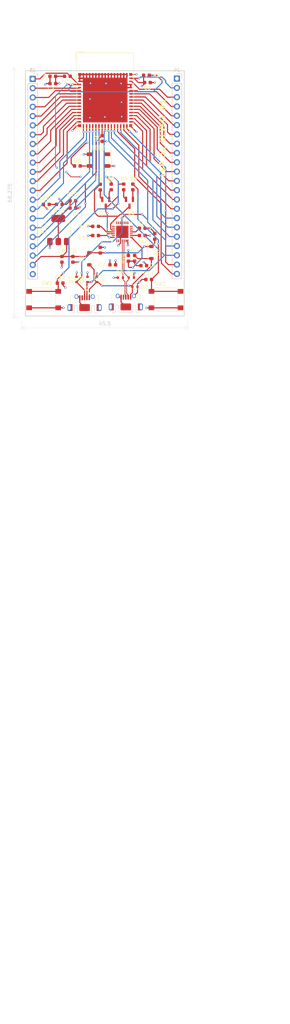
<source format=kicad_pcb>
(kicad_pcb (version 20241229) (generator "pcbnew") (generator_version "9.0")
  (layers (0 "F.Cu" signal) (4 "In1.Cu" power) (6 "In2.Cu" power) (2 "B.Cu" signal) (13 "F.Paste" user) (15 "B.Paste" user) (5 "F.SilkS" user "F.Silkscreen") (7 "B.SilkS" user "B.Silkscreen") (1 "F.Mask" user) (3 "B.Mask" user) (25 "Edge.Cuts" user))
  (net 0 "")
  (net 1 "GND")
  (net 2 "/CHIP_PU")
  (net 3 "Net-(U2-VBUS)")
  (net 4 "/GPIO0")
  (net 5 "/USB_DN")
  (net 7 "/USB_DP")
  (net 9 "/GPIO19")
  (net 10 "/GPIO20")
  (net 11 "/GPIO9")
  (net 12 "/GPIO6")
  (net 13 "/GPIO1")
  (net 14 "/GPIO18")
  (net 15 "/GPIO5")
  (net 16 "/GPIO7")
  (net 17 "/GPIO4")
  (net 18 "/GPIO8")
  (net 19 "/GPIO15")
  (net 20 "/GPIO17")
  (net 21 "/GPIO11")
  (net 22 "/GPIO14")
  (net 23 "/GPIO16")
  (net 24 "/GPIO2")
  (net 25 "/GPIO13")
  (net 26 "/GPIO10")
  (net 27 "/GPIO3")
  (net 28 "/GPIO12")
  (net 29 "/U0TXD")
  (net 30 "/GPIO48")
  (net 31 "/GPIO41")
  (net 32 "/GPIO46")
  (net 33 "/GPIO34")
  (net 34 "/GPIO38")
  (net 35 "/GPIO33")
  (net 36 "/GPIO42")
  (net 37 "/GPIO26")
  (net 38 "/GPIO40")
  (net 39 "/GPIO45")
  (net 40 "/GPIO39")
  (net 41 "/GPIO47")
  (net 42 "/U0RXD")
  (net 43 "/GPIO36")
  (net 44 "/GPIO35")
  (net 45 "/GPIO21")
  (net 46 "/GPIO37")
  (net 47 "Net-(LED1-A)")
  (net 48 "/RGB_CTRL")
  (net 50 "Net-(Q1-C)")
  (net 51 "Net-(Q1-B)")
  (net 52 "/RTS")
  (net 53 "Net-(Q2-B)")
  (net 54 "/DTR")
  (net 55 "Net-(Q2-C)")
  (net 56 "Net-(U2-~{SUSPEND})")
  (net 57 "Net-(U2-~{RST})")
  (net 58 "Net-(U2-RXD)")
  (net 59 "Net-(U2-TXD)")
  (net 76 "5V")
  (net 77 "3.3V")
  (net 78 "ESP_3.3V")
  (net 79 "VBUS")
  (footprint "Capacitor_SMD:C_0603_1608Metric" (layer "F.Cu") (at 123.8 106.275 180)
    (property "Reference" "R13")
    (property "Value" "0")
  )
  (footprint "Diode_SMD:D_SOD-523" (layer "F.Cu") (at 134.575 122.775 180)
    (property "Reference" "D2")
    (property "Value" "LESD5D5.0CT1G")
  )
  (footprint "Diode_SMD:D_SOD-123" (layer "F.Cu") (at 122.075 115.125 -90)
    (property "Reference" "D6")
    (property "Value" "1N5819")
  )
  (footprint "Diode_SMD:D_SOD-523" (layer "F.Cu") (at 124.075 120.775 -90)
    (property "Reference" "D5")
    (property "Value" "LESD5D5.0CT1G")
  )
  (footprint "Capacitor_SMD:C_0603_1608Metric" (layer "F.Cu") (at 116.075 65.275 180)
    (property "Reference" "R1")
    (property "Value" "0")
  )
  (footprint "Capacitor_SMD:C_0603_1608Metric" (layer "F.Cu") (at 137 117 180)
    (property "Reference" "C6")
    (property "Value" "1uF")
  )
  (footprint "Capacitor_SMD:C_0603_1608Metric" (layer "F.Cu") (at 132.775 115 -90)
    (property "Reference" "R10")
    (property "Value" "47.5k")
  )
  (footprint "Package_TO_SOT_SMD:SOT-223-3_TabPin2" (layer "F.Cu") (at 113.575 107.275 90)
    (property "Reference" "U4")
    (property "Value" "AMS1117-3.3")
  )
  (footprint "Capacitor_SMD:C_0603_1608Metric" (layer "F.Cu") (at 131.5 95.5 -90)
    (property "Reference" "R4")
    (property "Value" "10k")
  )
  (footprint "LED_SMD:LED_SK6812_PLCC4_5.0x5.0mm_P3.2mm" (layer "F.Cu") (at 124.625 88.175)
    (property "Reference" "LED2")
    (property "Value" "SK6812")
  )
  (footprint "Capacitor_SMD:C_0603_1608Metric" (layer "F.Cu") (at 123.8 108.775 180)
    (property "Reference" "R14")
    (property "Value" "0")
  )
  (footprint "LED_SMD:LED_0603_1608Metric" (layer "F.Cu") (at 110.2875 100.275)
    (property "Reference" "LED1")
    (property "Value" "RED")
  )
  (footprint "Capacitor_SMD:C_0603_1608Metric" (layer "F.Cu") (at 125.075 95.55 -90)
    (property "Reference" "R5")
    (property "Value" "10k")
  )
  (footprint "Capacitor_SMD:C_0603_1608Metric" (layer "F.Cu") (at 136.575 106.775)
    (property "Reference" "R11")
    (property "Value" "10k")
  )
  (footprint "RF_Module:ESP32-S2-MINI-1" (layer "F.Cu") (at 126.425 69.225)
    (property "Reference" "U1")
    (property "Value" "ESP32-S3-MINI-1")
  )
  (footprint "Button_Switch_SMD:SW_SPST_PTS645" (layer "F.Cu") (at 109.575 126.275 180)
    (property "Reference" "SW1")
    (property "Value" "SW_Push")
  )
  (footprint "Capacitor_SMD:C_0603_1608Metric" (layer "F.Cu") (at 140 109 90)
    (property "Reference" "C2")
    (property "Value" "10uF")
  )
  (footprint "Capacitor_SMD:C_0603_1608Metric" (layer "F.Cu") (at 117.575 101.275 180)
    (property "Reference" "C11")
    (property "Value" "0.1uF")
  )
  (footprint "Capacitor_SMD:C_0603_1608Metric" (layer "F.Cu") (at 113.85 100.275 180)
    (property "Reference" "R15")
    (property "Value" "5.1k")
  )
  (footprint "Capacitor_SMD:C_0603_1608Metric" (layer "F.Cu") (at 114.075 121.775 180)
    (property "Reference" "C12")
    (property "Value" "0.1uF")
  )
  (footprint "Capacitor_SMD:C_0603_1608Metric" (layer "F.Cu") (at 114.575 115.275 90)
    (property "Reference" "C9")
    (property "Value" "0.1uF")
  )
  (footprint "Capacitor_SMD:C_0603_1608Metric" (layer "F.Cu") (at 138 67 180)
    (property "Reference" "C5")
    (property "Value" "1uF")
  )
  (footprint "Connector_USB:USB_Micro-AB_Molex_47590-0001" (layer "F.Cu") (at 132.075 128.625)
    (property "Reference" "J1")
    (property "Value" "USB_B_Micro")
    (fp_line (start -3.75 1.1) (end -2.8 1.1) (stroke (width 0.1)) (layer "Edge.Cuts"))
    (fp_line (start -2.8 -0.475) (end -2.8 1.1) (stroke (width 0.1)) (layer "Edge.Cuts"))
    (fp_line (start -1.95 -0.475) (end -1.95 1.1) (stroke (width 0.1)) (layer "Edge.Cuts"))
    (fp_line (start -1.95 1.1) (end 1.95 1.1) (stroke (width 0.1)) (layer "Edge.Cuts"))
    (fp_line (start 1.95 -0.475) (end 1.95 1.1) (stroke (width 0.1)) (layer "Edge.Cuts"))
    (fp_line (start 2.8 -0.475) (end 2.8 1.1) (stroke (width 0.1)) (layer "Edge.Cuts"))
    (fp_line (start 2.8 1.1) (end 3.75 1.1) (stroke (width 0.1)) (layer "Edge.Cuts"))
    (fp_arc (start -2.8 -0.475) (mid -2.375 -0.9) (end -1.95 -0.475) (stroke (width 0.1)) (layer "Edge.Cuts"))
    (fp_arc (start 1.95 -0.475) (mid 2.375 -0.9) (end 2.8 -0.475) (stroke (width 0.1)) (layer "Edge.Cuts"))
  )
  (footprint "Capacitor_SMD:C_0603_1608Metric" (layer "F.Cu") (at 125.575 82.275 90)
    (property "Reference" "R3")
    (property "Value" "10k")
  )
  (footprint "Diode_SMD:D_SOD-523" (layer "F.Cu") (at 133.575 120.275 180)
    (property "Reference" "D4")
    (property "Value" "LESD5D5.0CT1G")
  )
  (footprint "Capacitor_SMD:C_0603_1608Metric" (layer "F.Cu") (at 118.8 89.775)
    (property "Reference" "R8")
    (property "Value" "0")
  )
  (footprint "Capacitor_SMD:C_0603_1608Metric" (layer "F.Cu") (at 112.075 67.275)
    (property "Reference" "C3")
    (property "Value" "10uF")
  )
  (footprint "Capacitor_SMD:C_0603_1608Metric" (layer "F.Cu") (at 134.5 115 -90)
    (property "Reference" "R9")
    (property "Value" "22.1k")
  )
  (footprint "Package_DFN_QFN:QFN-28-1EP_5x5mm_P0.5mm_EP3.35x3.35mm" (layer "F.Cu") (at 131.125 107.775 90)
    (property "Reference" "U2")
    (property "Value" "CP2102N-Axx-xQFN28")
  )
  (footprint "Package_TO_SOT_SMD:SOT-23" (layer "F.Cu") (at 133.075 99.8375 -90)
    (property "Reference" "Q1")
    (property "Value" "L8050QLT1G")
  )
  (footprint "Package_TO_SOT_SMD:SOT-23" (layer "F.Cu") (at 126.575 99.8375 -90)
    (property "Reference" "Q2")
    (property "Value" "L8050QLT1G")
  )
  (footprint "Diode_SMD:D_SOD-523" (layer "F.Cu") (at 118.575 120.775 -90)
    (property "Reference" "D7")
    (property "Value" "LESD5D5.0CT1G")
  )
  (footprint "Diode_SMD:D_SOD-523" (layer "F.Cu") (at 130.575 120.275)
    (property "Reference" "D3")
    (property "Value" "LESD5D5.0CT1G")
  )
  (footprint "Capacitor_SMD:C_0603_1608Metric" (layer "F.Cu") (at 136.575 108.775 180)
    (property "Reference" "R12")
    (property "Value" "1k")
  )
  (footprint "Capacitor_SMD:C_0603_1608Metric" (layer "F.Cu") (at 117.575 99.275 180)
    (property "Reference" "C10")
    (property "Value" "10uF")
  )
  (footprint "Capacitor_SMD:C_0603_1608Metric" (layer "F.Cu") (at 128.075 95.5 90)
    (property "Reference" "R7")
    (property "Value" "0")
  )
  (footprint "Capacitor_SMD:C_0603_1608Metric" (layer "F.Cu") (at 138.35 120.775)
    (property "Reference" "C13")
    (property "Value" "0.1uF")
  )
  (footprint "Capacitor_SMD:C_0603_1608Metric" (layer "F.Cu") (at 137.725 65)
    (property "Reference" "R2")
    (property "Value" "10k")
  )
  (footprint "Capacitor_SMD:C_0603_1608Metric" (layer "F.Cu") (at 112.075 65.275)
    (property "Reference" "C4")
    (property "Value" "0.1uF")
  )
  (footprint "Diode_SMD:D_SOD-123" (layer "F.Cu") (at 139.075 113.425 -90)
    (property "Reference" "D1")
    (property "Value" "1N5819")
  )
  (footprint "Connector_USB:USB_Micro-AB_Molex_47590-0001" (layer "F.Cu") (at 120.775 128.8)
    (property "Reference" "J2")
    (property "Value" "USB_B_Micro")
    (fp_line (start -3.75 1.1) (end -2.8 1.1) (stroke (width 0.1)) (layer "Edge.Cuts"))
    (fp_line (start -2.8 -0.475) (end -2.8 1.1) (stroke (width 0.1)) (layer "Edge.Cuts"))
    (fp_line (start -1.95 -0.475) (end -1.95 1.1) (stroke (width 0.1)) (layer "Edge.Cuts"))
    (fp_line (start -1.95 1.1) (end 1.95 1.1) (stroke (width 0.1)) (layer "Edge.Cuts"))
    (fp_line (start 1.95 -0.475) (end 1.95 1.1) (stroke (width 0.1)) (layer "Edge.Cuts"))
    (fp_line (start 2.8 -0.475) (end 2.8 1.1) (stroke (width 0.1)) (layer "Edge.Cuts"))
    (fp_line (start 2.8 1.1) (end 3.75 1.1) (stroke (width 0.1)) (layer "Edge.Cuts"))
    (fp_arc (start -2.8 -0.475) (mid -2.375 -0.9) (end -1.95 -0.475) (stroke (width 0.1)) (layer "Edge.Cuts"))
    (fp_arc (start 1.95 -0.475) (mid 2.375 -0.9) (end 2.8 -0.475) (stroke (width 0.1)) (layer "Edge.Cuts"))
  )
  (footprint "Capacitor_SMD:C_0603_1608Metric" (layer "F.Cu") (at 125.075 112.775 90)
    (property "Reference" "C1")
    (property "Value" "10uF")
  )
  (footprint "Capacitor_SMD:C_0603_1608Metric" (layer "F.Cu") (at 134 95.5 90)
    (property "Reference" "R6")
    (property "Value" "0")
  )
  (footprint "Diode_SMD:D_SOD-523" (layer "F.Cu") (at 121.575 120.775 -90)
    (property "Reference" "D8")
    (property "Value" "LESD5D5.0CT1G")
  )
  (footprint "Button_Switch_SMD:SW_SPST_PTS645" (layer "F.Cu") (at 143.075 126.275 180)
    (property "Reference" "SW2")
    (property "Value" "SW_Push")
  )
  (footprint "Capacitor_SMD:C_0603_1608Metric" (layer "F.Cu") (at 117.575 115.275 90)
    (property "Reference" "C8")
    (property "Value" "10uF")
  )
  (footprint "Capacitor_SMD:C_0603_1608Metric" (layer "F.Cu") (at 128.5 116.775)
    (property "Reference" "C7")
    (property "Value" "10uF")
  )
  (footprint "Connector_PinHeader_2.54mm:PinHeader_1x22_P2.54mm_Vertical" (layer "B.Cu") (at 106.575 65.995 180)
    (property "Reference" "J3")
    (property "Value" "Conn_01x22")
  )
  (footprint "Connector_PinHeader_2.54mm:PinHeader_1x22_P2.54mm_Vertical" (layer "B.Cu") (at 146.075 65.915 180)
    (property "Reference" "J4")
    (property "Value" "Conn_01x22")
  )
  (gr_rect (start 104.575 63.775) (end 148.075 130.775) (stroke (width 0.2)) (fill no) (layer "Edge.Cuts"))
  (gr_text "ESP 32 DEVKIT M1" (at 143 93 90) (layer "F.SilkS") (effects (font (size 1.5 1.5) (thickness 0.3) (bold yes)) (justify left bottom)))
  (dimension (type orthogonal) (layer "Edge.Cuts") (pts (xy 103.575 131.275) (xy 149.075 131.275)) (height 2.725) (orientation 0) (format (prefix "") (suffix "") (units 3) (units_format 0) (precision 4) (suppress_zeroes yes)) (style (thickness 0.05) (arrow_length 1.27) (text_position_mode 0) (arrow_direction outward) (extension_height 0.58642) (extension_offset 0.5) (keep_text_aligned yes)) (gr_text "45.5" (at 126.325 132.85 0) (layer "Edge.Cuts") (effects (font (size 1 1) (thickness 0.15)))))
  (dimension (type orthogonal) (layer "Edge.Cuts") (pts (xy 103.575 131.275) (xy 102 63)) (height -2.075) (orientation 1) (format (prefix "") (suffix "") (units 3) (units_format 0) (precision 4) (suppress_zeroes yes)) (style (thickness 0.05) (arrow_length 1.27) (text_position_mode 0) (arrow_direction outward) (extension_height 0.58642) (extension_offset 0.5) (keep_text_aligned yes)) (gr_text "68.275" (at 100.35 97.1375 90) (layer "Edge.Cuts") (effects (font (size 1 1) (thickness 0.15)))))
  (segment (start 134.956511 80.456511) (end 133.425 78.925) (width 0.3) (layer "F.Cu") (net 1))
  (segment (start 137.575 120.775) (end 136.490731 120.775) (width 0.3) (layer "F.Cu") (net 1))
  (segment (start 127.725 116.775) (end 127.725 115.581981) (width 0.3) (layer "F.Cu") (net 1))
  (segment (start 134.275 120.275) (end 134.275 119.225) (width 0.3) (layer "F.Cu") (net 1))
  (segment (start 147.055 128.525) (end 139.095 128.525) (width 0.3) (layer "F.Cu") (net 1))
  (segment (start 137.732555 128.525) (end 139.095 128.525) (width 0.3) (layer "F.Cu") (net 1))
  (segment (start 111.275 110.425) (end 111.275 112.120182) (width 0.3) (layer "F.Cu") (net 1))
  (segment (start 111.3 65.275) (end 111.3 67.275) (width 0.3) (layer "F.Cu") (net 1))
  (segment (start 126.29533 112) (end 126.335415 112.040085) (width 0.3) (layer "F.Cu") (net 1))
  (segment (start 137.775 117) (end 137.775 116.775) (width 0.3) (layer "F.Cu") (net 1))
  (segment (start 134.275 119.225) (end 134.5 119) (width 0.3) (layer "F.Cu") (net 1))
  (segment (start 135.275 124.3) (end 135.275 122.775) (width 0.3) (layer "F.Cu") (net 1))
  (segment (start 114.975 128.525) (end 115 128.5) (width 0.3) (layer "F.Cu") (net 1))
  (segment (start 118.55 125.45) (end 119.15 125.45) (width 0.3) (layer "F.Cu") (net 1))
  (segment (start 118.35 99.275) (end 118.35 101.275) (width 0.3) (layer "F.Cu") (net 1))
  (segment (start 119.225 101.275) (end 119.5 101) (width 0.3) (layer "F.Cu") (net 1))
  (segment (start 121.575 118.878906) (end 121.574065 118.877971) (width 0.3) (layer "F.Cu") (net 1))
  (segment (start 135.275 122.775) (end 135.275 121.990731) (width 0.3) (layer "F.Cu") (net 1))
  (segment (start 114.575 116.05) (end 114.575 117.425) (width 0.3) (layer "F.Cu") (net 1))
  (segment (start 118.575 118.956461) (end 118.64524 118.886221) (width 0.3) (layer "F.Cu") (net 1))
  (segment (start 120.606388 86.575) (end 120.584786 86.596602) (width 0.3) (layer "F.Cu") (net 1))
  (segment (start 114.575 117.425) (end 114.5 117.5) (width 0.3) (layer "F.Cu") (net 1))
  (segment (start 118.95 116.05) (end 119 116) (width 0.3) (layer "F.Cu") (net 1))
  (segment (start 127.725 115.581981) (end 127.742518 115.564463) (width 0.3) (layer "F.Cu") (net 1))
  (segment (start 111.275 112.120182) (end 111.243719 112.151463) (width 0.3) (layer "F.Cu") (net 1))
  (segment (start 118.575 120.075) (end 118.575 118.956461) (width 0.3) (layer "F.Cu") (net 1))
  (segment (start 138.225 106.775) (end 137.35 106.775) (width 0.3) (layer "F.Cu") (net 1))
  (segment (start 114.85 121.775) (end 114.85 122.35) (width 0.3) (layer "F.Cu") (net 1))
  (segment (start 130.175 125.6) (end 129.85 125.275) (width 0.3) (layer "F.Cu") (net 1))
  (segment (start 118.35 101.275) (end 119.225 101.275) (width 0.3) (layer "F.Cu") (net 1))
  (segment (start 130.625 110.225) (end 130.625 110.875) (width 0.3) (layer "F.Cu") (net 1))
  (segment (start 136.490731 120.775) (end 135.768994 121.496737) (width 0.3) (layer "F.Cu") (net 1))
  (segment (start 109.5 100.275) (end 109.5 100.5) (width 0.3) (layer "F.Cu") (net 1))
  (segment (start 119.15 125.45) (end 119.475 125.775) (width 0.3) (layer "F.Cu") (net 1))
  (segment (start 130.625 108.275) (end 130.625 110.225) (width 0.3) (layer "F.Cu") (net 1))
  (segment (start 117.575 116.05) (end 118.95 116.05) (width 0.3) (layer "F.Cu") (net 1))
  (segment (start 134.975 64.775) (end 135 64.75) (width 0.2) (layer "F.Cu") (net 1))
  (segment (start 113.555 128.525) (end 114.975 128.525) (width 0.3) (layer "F.Cu") (net 1))
  (segment (start 111.3 67.275) (end 110.260521 67.275) (width 0.3) (layer "F.Cu") (net 1))
  (segment (start 137.775 116.775) (end 137 116) (width 0.3) (layer "F.Cu") (net 1))
  (segment (start 138.775 67) (end 140 67) (width 0.3) (layer "F.Cu") (net 1))
  (segment (start 132.775 114.225) (end 132.775 112.800765) (width 0.3) (layer "F.Cu") (net 1))
  (segment (start 124.075 120.075) (end 124.075 119.09844) (width 0.3) (layer "F.Cu") (net 1))
  (segment (start 134.956511 80.478512) (end 134.956511 80.456511) (width 0.3) (layer "F.Cu") (net 1))
  (segment (start 131.125 107.775) (end 130.625 108.275) (width 0.3) (layer "F.Cu") (net 1))
  (segment (start 121.575 120.075) (end 121.575 118.878906) (width 0.3) (layer "F.Cu") (net 1))
  (segment (start 138.775006 106.775006) (end 140 108) (width 0.3) (layer "F.Cu") (net 1))
  (segment (start 133.425 64.775) (end 134.975 64.775) (width 0.2) (layer "F.Cu") (net 1))
  (segment (start 119.425 78.775) (end 118.72116 78.775) (width 0.3) (layer "F.Cu") (net 1))
  (segment (start 114.85 122.35) (end 115.5 123) (width 0.3) (layer "F.Cu") (net 1))
  (segment (start 134.3 125.275) (end 135.275 124.3) (width 0.3) (layer "F.Cu") (net 1))
  (segment (start 132.775 112.800765) (end 132.773643 112.799408) (width 0.3) (layer "F.Cu") (net 1))
  (segment (start 130.775 126.975) (end 130.775 125.6) (width 0.3) (layer "F.Cu") (net 1))
  (segment (start 138.225006 106.775006) (end 138.225 106.775) (width 0.3) (layer "F.Cu") (net 1))
  (segment (start 125.075 112) (end 126.29533 112) (width 0.3) (layer "F.Cu") (net 1))
  (segment (start 128.764339 120.275) (end 128.757667 120.281672) (width 0.3) (layer "F.Cu") (net 1))
  (segment (start 119.475 127.15) (end 120.775 128.45) (width 0.3) (layer "F.Cu") (net 1))
  (segment (start 132.075 128.275) (end 130.775 126.975) (width 0.3) (layer "F.Cu") (net 1))
  (segment (start 135.275 121.990731) (end 135.768994 121.496737) (width 0.3) (layer "F.Cu") (net 1))
  (segment (start 138.775006 106.775006) (end 138.225006 106.775006) (width 0.3) (layer "F.Cu") (net 1))
  (segment (start 124.075 119.09844) (end 124.141675 119.031765) (width 0.3) (layer "F.Cu") (net 1))
  (segment (start 133.425 78.925) (end 133.425 78.775) (width 0.3) (layer "F.Cu") (net 1))
  (segment (start 110.260521 67.275) (end 109.989903 67.545618) (width 0.3) (layer "F.Cu") (net 1))
  (segment (start 130.625 110.875) (end 130 111.5) (width 0.3) (layer "F.Cu") (net 1))
  (segment (start 129.875 120.275) (end 128.764339 120.275) (width 0.3) (layer "F.Cu") (net 1))
  (segment (start 113.555 128.525) (end 105.595 128.525) (width 0.3) (layer "F.Cu") (net 1))
  (segment (start 140 108) (end 140 108.225) (width 0.3) (layer "F.Cu") (net 1))
  (segment (start 122.175 86.575) (end 120.606388 86.575) (width 0.3) (layer "F.Cu") (net 1))
  (segment (start 109.5 100.5) (end 110.5 101.5) (width 0.3) (layer "F.Cu") (net 1))
  (segment (start 119.475 125.775) (end 119.475 127.15) (width 0.3) (layer "F.Cu") (net 1))
  (segment (start 130.775 125.6) (end 130.175 125.6) (width 0.3) (layer "F.Cu") (net 1))
  (segment (start 118.72116 78.775) (end 117.434709 80.061451) (width 0.3) (layer "F.Cu") (net 1))
  (via (at 126.65 67.25) (size 0.6) (drill 0.3) (layers "F.Cu" "B.Cu") (net 1))
  (via (at 137.732555 128.525) (size 0.6) (drill 0.3) (layers "F.Cu" "B.Cu") (net 1))
  (via (at 135 64.75) (size 0.6) (drill 0.3) (layers "F.Cu" "B.Cu") (net 1))
  (via (at 118.64524 118.886221) (size 0.6) (drill 0.3) (layers "F.Cu" "B.Cu") (net 1))
  (via (at 117.434709 80.061451) (size 0.6) (drill 0.3) (layers "F.Cu" "B.Cu") (net 1))
  (via (at 110.5 101.5) (size 0.6) (drill 0.3) (layers "F.Cu" "B.Cu") (net 1))
  (via (at 135.768994 121.496737) (size 0.6) (drill 0.3) (layers "F.Cu" "B.Cu") (net 1))
  (via (at 122.25 71.5) (size 0.6) (drill 0.3) (layers "F.Cu" "B.Cu") (net 1))
  (via (at 114.5 117.5) (size 0.6) (drill 0.3) (layers "F.Cu" "B.Cu") (net 1))
  (via (at 130 111.5) (size 0.6) (drill 0.3) (layers "F.Cu" "B.Cu") (net 1))
  (via (at 128.757667 120.281672) (size 0.6) (drill 0.3) (layers "F.Cu" "B.Cu") (net 1))
  (via (at 115.5 123) (size 0.6) (drill 0.3) (layers "F.Cu" "B.Cu") (net 1))
  (via (at 119.5 101) (size 0.6) (drill 0.3) (layers "F.Cu" "B.Cu") (net 1))
  (via (at 134.5 119) (size 0.6) (drill 0.3) (layers "F.Cu" "B.Cu") (net 1))
  (via (at 109.989903 67.545618) (size 0.6) (drill 0.3) (layers "F.Cu" "B.Cu") (net 1))
  (via (at 119 116) (size 0.6) (drill 0.3) (layers "F.Cu" "B.Cu") (net 1))
  (via (at 111.243719 112.151463) (size 0.6) (drill 0.3) (layers "F.Cu" "B.Cu") (net 1))
  (via (at 120.584786 86.596602) (size 0.6) (drill 0.3) (layers "F.Cu" "B.Cu") (net 1))
  (via (at 138.775006 106.775006) (size 0.6) (drill 0.3) (layers "F.Cu" "B.Cu") (net 1))
  (via (at 122.4 67.2) (size 0.6) (drill 0.3) (layers "F.Cu" "B.Cu") (net 1))
  (via (at 140 67) (size 0.6) (drill 0.3) (layers "F.Cu" "B.Cu") (net 1))
  (via (at 130.95 76.3) (size 0.6) (drill 0.3) (layers "F.Cu" "B.Cu") (net 1))
  (via (at 126.35 76.4) (size 0.6) (drill 0.3) (layers "F.Cu" "B.Cu") (net 1))
  (via (at 134.956511 80.478512) (size 0.6) (drill 0.3) (layers "F.Cu" "B.Cu") (net 1))
  (via (at 130.9 72.35) (size 0.6) (drill 0.3) (layers "F.Cu" "B.Cu") (net 1))
  (via (at 115 128.5) (size 0.6) (drill 0.3) (layers "F.Cu" "B.Cu") (net 1))
  (via (at 124.141675 119.031765) (size 0.6) (drill 0.3) (layers "F.Cu" "B.Cu") (net 1))
  (via (at 132.773643 112.799408) (size 0.6) (drill 0.3) (layers "F.Cu" "B.Cu") (net 1))
  (via (at 121.574065 118.877971) (size 0.6) (drill 0.3) (layers "F.Cu" "B.Cu") (net 1))
  (via (at 126.335415 112.040085) (size 0.6) (drill 0.3) (layers "F.Cu" "B.Cu") (net 1))
  (via (at 127.742518 115.564463) (size 0.6) (drill 0.3) (layers "F.Cu" "B.Cu") (net 1))
  (via (at 130.8 67.25) (size 0.6) (drill 0.3) (layers "F.Cu" "B.Cu") (net 1))
  (via (at 137 116) (size 0.6) (drill 0.3) (layers "F.Cu" "B.Cu") (net 1))
  (via (at 122.25 76.6) (size 0.6) (drill 0.3) (layers "F.Cu" "B.Cu") (net 1))
  (segment (start 134.326745 65.826745) (end 135.737531 65.826745) (width 0.3) (layer "F.Cu") (net 2))
  (segment (start 134.325 65.825) (end 134.326745 65.826745) (width 0.3) (layer "F.Cu") (net 2))
  (segment (start 135.388622 97.376433) (end 135.388622 96.113622) (width 0.3) (layer "F.Cu") (net 2))
  (segment (start 135.5 67) (end 137.225 67) (width 0.3) (layer "F.Cu") (net 2))
  (segment (start 137.225 67) (end 137.225 67.275) (width 0.3) (layer "F.Cu") (net 2))
  (segment (start 141 118.9) (end 141 111) (width 0.3) (layer "F.Cu") (net 2))
  (segment (start 139.125 120.775) (end 139.125 123.995) (width 0.3) (layer "F.Cu") (net 2))
  (segment (start 134.325 65.825) (end 135.5 67) (width 0.3) (layer "F.Cu") (net 2))
  (segment (start 135.388622 96.113622) (end 134 94.725) (width 0.3) (layer "F.Cu") (net 2))
  (segment (start 137.225 67.275) (end 136.5 68) (width 0.3) (layer "F.Cu") (net 2))
  (segment (start 139.125 123.995) (end 139.095 124.025) (width 0.3) (layer "F.Cu") (net 2))
  (segment (start 139.125 120.775) (end 141 118.9) (width 0.3) (layer "F.Cu") (net 2))
  (segment (start 136.95 66) (end 136.95 66.725) (width 0.3) (layer "F.Cu") (net 2))
  (segment (start 136.95 65) (end 136.95 66) (width 0.3) (layer "F.Cu") (net 2))
  (segment (start 133.425 65.825) (end 134.325 65.825) (width 0.3) (layer "F.Cu") (net 2))
  (segment (start 139.095 124.025) (end 147.055 124.025) (width 0.3) (layer "F.Cu") (net 2))
  (segment (start 136.95 66.725) (end 137.225 67) (width 0.3) (layer "F.Cu") (net 2))
  (via (at 135.737531 65.826745) (size 0.6) (drill 0.3) (layers "F.Cu" "B.Cu") (net 2))
  (via (at 141 111) (size 0.6) (drill 0.3) (layers "F.Cu" "B.Cu") (net 2))
  (via (at 135.388622 97.376433) (size 0.6) (drill 0.3) (layers "F.Cu" "B.Cu") (net 2))
  (via (at 136.5 68) (size 0.6) (drill 0.3) (layers "F.Cu" "B.Cu") (net 2))
  (segment (start 143 66.5) (end 143 67) (width 0.3) (layer "B.Cu") (net 2))
  (segment (start 135.737531 65.826745) (end 136.064276 65.5) (width 0.3) (layer "B.Cu") (net 2))
  (segment (start 136.064276 65.5) (end 142 65.5) (width 0.3) (layer "B.Cu") (net 2))
  (segment (start 143 67) (end 144.455 68.455) (width 0.3) (layer "B.Cu") (net 2))
  (segment (start 141 111) (end 141 110) (width 0.3) (layer "B.Cu") (net 2))
  (segment (start 141 110) (end 135.388622 104.388622) (width 0.3) (layer "B.Cu") (net 2))
  (segment (start 142 65.5) (end 143 66.5) (width 0.3) (layer "B.Cu") (net 2))
  (segment (start 135.388622 104.388622) (end 135.388622 97.376433) (width 0.3) (layer "B.Cu") (net 2))
  (segment (start 144.455 68.455) (end 146.075 68.455) (width 0.3) (layer "B.Cu") (net 2))
  (segment (start 132.775 117.275) (end 132.775 115.775) (width 0.3) (layer "F.Cu") (net 3))
  (segment (start 133.575 109.275) (end 136.5 112.2) (width 0.3) (layer "F.Cu") (net 3))
  (segment (start 133 117.5) (end 132.775 117.275) (width 0.3) (layer "F.Cu") (net 3))
  (segment (start 134.5 115.775) (end 134.5 116.5) (width 0.3) (layer "F.Cu") (net 3))
  (segment (start 134 117.5) (end 133 117.5) (width 0.3) (layer "F.Cu") (net 3))
  (segment (start 132.775 115.775) (end 134.5 115.775) (width 0.3) (layer "F.Cu") (net 3))
  (segment (start 135 117) (end 136.225 117) (width 0.3) (layer "F.Cu") (net 3))
  (segment (start 134.5 116.5) (end 135 117) (width 0.3) (layer "F.Cu") (net 3))
  (segment (start 136.5 112.2) (end 136.5 113.5) (width 0.3) (layer "F.Cu") (net 3))
  (via (at 136.5 113.5) (size 0.6) (drill 0.3) (layers "F.Cu" "B.Cu") (net 3))
  (via (at 134 117.5) (size 0.6) (drill 0.3) (layers "F.Cu" "B.Cu") (net 3))
  (segment (start 136.5 115) (end 134 117.5) (width 0.3) (layer "B.Cu") (net 3))
  (segment (start 136.5 113.5) (end 136.5 115) (width 0.3) (layer "B.Cu") (net 3))
  (segment (start 115.5 68.535) (end 119.265 68.535) (width 0.3) (layer "F.Cu") (net 4))
  (segment (start 128.075 94.725) (end 128.075 94.041182) (width 0.2) (layer "F.Cu") (net 4))
  (segment (start 117.05 92.75) (end 115.75 91.45) (width 0.2) (layer "F.Cu") (net 4))
  (segment (start 115.5 68.535) (end 116.95 68.535) (width 0.3) (layer "F.Cu") (net 4))
  (segment (start 128.5 101.5) (end 130 100) (width 0.3) (layer "F.Cu") (net 4))
  (segment (start 119.265 68.535) (end 119.425 68.375) (width 0.3) (layer "F.Cu") (net 4))
  (segment (start 105.595 124.025) (end 113.555 124.025) (width 0.3) (layer "F.Cu") (net 4))
  (segment (start 113.555 124.025) (end 113.555 122.03) (width 0.3) (layer "F.Cu") (net 4))
  (segment (start 128.075 94.041182) (end 126.783818 92.75) (width 0.2) (layer "F.Cu") (net 4))
  (segment (start 116.95 67.9) (end 116.55 67.5) (width 0.3) (layer "F.Cu") (net 4))
  (segment (start 113.3 121.775) (end 113.3 120.7) (width 0.3) (layer "F.Cu") (net 4))
  (segment (start 113.3 120.7) (end 115 119) (width 0.3) (layer "F.Cu") (net 4))
  (segment (start 113.555 122.03) (end 113.3 121.775) (width 0.3) (layer "F.Cu") (net 4))
  (segment (start 106.575 68.535) (end 115.5 68.535) (width 0.3) (layer "F.Cu") (net 4))
  (segment (start 116.55 67.5) (end 116 67.5) (width 0.3) (layer "F.Cu") (net 4))
  (segment (start 119.65 92.75) (end 117.05 92.75) (width 0.2) (layer "F.Cu") (net 4))
  (segment (start 116.95 68.535) (end 116.95 67.9) (width 0.3) (layer "F.Cu") (net 4))
  (via (at 113.2 90.25) (size 0.6) (drill 0.3) (layers "F.Cu" "B.Cu") (net 4))
  (via (at 115.75 91.45) (size 0.6) (drill 0.3) (layers "F.Cu" "B.Cu") (net 4))
  (via (at 130 100) (size 0.6) (drill 0.3) (layers "F.Cu" "B.Cu") (net 4))
  (via (at 126.783818 92.75) (size 0.6) (drill 0.3) (layers "F.Cu" "B.Cu") (net 4))
  (via (at 116 67.5) (size 0.6) (drill 0.3) (layers "F.Cu" "B.Cu") (net 4))
  (via (at 128.5 101.5) (size 0.6) (drill 0.3) (layers "F.Cu" "B.Cu") (net 4))
  (via (at 115 119) (size 0.6) (drill 0.3) (layers "F.Cu" "B.Cu") (net 4))
  (via (at 119.65 92.75) (size 0.6) (drill 0.3) (layers "F.Cu" "B.Cu") (net 4))
  (segment (start 124.461258 101.5) (end 128.5 101.5) (width 0.3) (layer "B.Cu") (net 4))
  (segment (start 128.75 92.75) (end 130 94) (width 0.2) (layer "B.Cu") (net 4))
  (segment (start 116.5 109.461258) (end 124.461258 101.5) (width 0.3) (layer "B.Cu") (net 4))
  (segment (start 113.2 90.25) (end 112.8 89.85) (width 0.2) (layer "B.Cu") (net 4))
  (segment (start 126.783818 92.75) (end 128.75 92.75) (width 0.2) (layer "B.Cu") (net 4))
  (segment (start 130 100) (end 130 94) (width 0.3) (layer "B.Cu") (net 4))
  (segment (start 116.5 114) (end 116.5 109.461258) (width 0.3) (layer "B.Cu") (net 4))
  (segment (start 112.8 70.7) (end 116 67.5) (width 0.2) (layer "B.Cu") (net 4))
  (segment (start 116.5 117.5) (end 116.5 114) (width 0.3) (layer "B.Cu") (net 4))
  (segment (start 112.8 89.85) (end 112.8 70.7) (width 0.2) (layer "B.Cu") (net 4))
  (segment (start 115 119) (end 116.5 117.5) (width 0.3) (layer "B.Cu") (net 4))
  (segment (start 131.575001 110.274999) (end 131.575001 117.517362) (width 0.2) (layer "F.Cu") (net 5))
  (segment (start 132.576 124.85613) (end 132.3 124.58013) (width 0.2) (layer "F.Cu") (net 5))
  (segment (start 131.575001 117.517362) (end 131.575001 117.535925) (width 0.2) (layer "F.Cu") (net 5))
  (segment (start 132.3 124.58013) (end 132.3 121.375001) (width 0.2) (layer "F.Cu") (net 5))
  (segment (start 131.575001 118.975001) (end 132.875 120.275) (width 0.2) (layer "F.Cu") (net 5))
  (segment (start 132.875 120.800001) (end 132.875 120.275) (width 0.2) (layer "F.Cu") (net 5))
  (segment (start 132.725 125.6) (end 132.576 125.451) (width 0.2) (layer "F.Cu") (net 5))
  (segment (start 131.575001 117.535925) (end 131.575001 118.975001) (width 0.2) (layer "F.Cu") (net 5))
  (segment (start 131.625 110.225) (end 131.575001 110.274999) (width 0.2) (layer "F.Cu") (net 5))
  (segment (start 132.576 125.451) (end 132.576 124.85613) (width 0.2) (layer "F.Cu") (net 5))
  (segment (start 132.3 121.375001) (end 132.875 120.800001) (width 0.2) (layer "F.Cu") (net 5))
  (segment (start 131.926 124.85613) (end 131.85 124.78013) (width 0.2) (layer "F.Cu") (net 7))
  (segment (start 131.85 124.78013) (end 131.85 121.375001) (width 0.2) (layer "F.Cu") (net 7))
  (segment (start 132.075 125.586397) (end 131.926 125.437397) (width 0.2) (layer "F.Cu") (net 7))
  (segment (start 131.926 125.437397) (end 131.926 124.85613) (width 0.2) (layer "F.Cu") (net 7))
  (segment (start 131.125 119.161397) (end 131.125 110.225) (width 0.2) (layer "F.Cu") (net 7))
  (segment (start 132.075 125.6) (end 132.075 125.586397) (width 0.2) (layer "F.Cu") (net 7))
  (segment (start 131.85 121.375001) (end 131.275 120.800001) (width 0.2) (layer "F.Cu") (net 7))
  (segment (start 131.275 120.800001) (end 131.275 120.275) (width 0.2) (layer "F.Cu") (net 7))
  (segment (start 131.275 120.275) (end 131.275 119.311397) (width 0.2) (layer "F.Cu") (net 7))
  (segment (start 131.275 119.311397) (end 131.125 119.161397) (width 0.2) (layer "F.Cu") (net 7))
  (segment (start 126.425 78.775) (end 126.425 80.113885) (width 0.3) (layer "F.Cu") (net 9))
  (segment (start 121.575 121.475) (end 121.425 121.625) (width 0.3) (layer "F.Cu") (net 9))
  (segment (start 121.425 121.625) (end 121.425 125.775) (width 0.3) (layer "F.Cu") (net 9))
  (segment (start 126.425 80.113885) (end 126.396383 80.142502) (width 0.3) (layer "F.Cu") (net 9))
  (segment (start 122.713402 121.475) (end 122.750093 121.438309) (width 0.3) (layer "F.Cu") (net 9))
  (segment (start 121.575 121.475) (end 122.713402 121.475) (width 0.3) (layer "F.Cu") (net 9))
  (via (at 122.750093 121.438309) (size 0.6) (drill 0.3) (layers "F.Cu" "B.Cu") (net 9))
  (via (at 126.396383 80.142502) (size 0.6) (drill 0.3) (layers "F.Cu" "B.Cu") (net 9))
  (segment (start 127.5 118.349) (end 125.839402 118.349) (width 0.3) (layer "B.Cu") (net 9))
  (segment (start 142.675 114.175) (end 146.075 114.175) (width 0.3) (layer "B.Cu") (net 9))
  (segment (start 138.501 118.349) (end 127.5 118.349) (width 0.3) (layer "B.Cu") (net 9))
  (segment (start 126.133818 80.405067) (end 126.133818 97.633818) (width 0.3) (layer "B.Cu") (net 9))
  (segment (start 125.839402 118.349) (end 122.750093 121.438309) (width 0.3) (layer "B.Cu") (net 9))
  (segment (start 126.396383 80.142502) (end 126.133818 80.405067) (width 0.3) (layer "B.Cu") (net 9))
  (segment (start 126.133818 97.633818) (end 142.675 114.175) (width 0.3) (layer "B.Cu") (net 9))
  (segment (start 142.675 114.175) (end 138.501 118.349) (width 0.3) (layer "B.Cu") (net 9))
  (segment (start 120.775 123.675) (end 120.775 125.775) (width 0.3) (layer "F.Cu") (net 10))
  (segment (start 127.275 78.775) (end 127.275 80.192033) (width 0.3) (layer "F.Cu") (net 10))
  (segment (start 131 104) (end 132 103) (width 0.3) (layer "F.Cu") (net 10))
  (segment (start 118.575 121.475) (end 120.775 123.675) (width 0.3) (layer "F.Cu") (net 10))
  (segment (start 118.575 121.475) (end 120 120.05) (width 0.3) (layer "F.Cu") (net 10))
  (segment (start 120 120.05) (end 120 119) (width 0.3) (layer "F.Cu") (net 10))
  (segment (start 127.275 80.192033) (end 127.268842 80.198191) (width 0.3) (layer "F.Cu") (net 10))
  (segment (start 132 103) (end 136.5 103) (width 0.3) (layer "F.Cu") (net 10))
  (via (at 131 104) (size 0.6) (drill 0.3) (layers "F.Cu" "B.Cu") (net 10))
  (via (at 127.268842 80.198191) (size 0.6) (drill 0.3) (layers "F.Cu" "B.Cu") (net 10))
  (via (at 120 119) (size 0.6) (drill 0.3) (layers "F.Cu" "B.Cu") (net 10))
  (via (at 136.5 103) (size 0.6) (drill 0.3) (layers "F.Cu" "B.Cu") (net 10))
  (segment (start 138.071531 104.5) (end 138.071531 105.144504) (width 0.3) (layer "B.Cu") (net 10))
  (segment (start 125.5 110.5) (end 128.5 110.5) (width 0.3) (layer "B.Cu") (net 10))
  (segment (start 127.435818 80.365167) (end 127.435818 83.064718) (width 0.3) (layer "B.Cu") (net 10))
  (segment (start 128.5 110.5) (end 131 108) (width 0.3) (layer "B.Cu") (net 10))
  (segment (start 127.435818 83.064718) (end 138.071531 93.700431) (width 0.3) (layer "B.Cu") (net 10))
  (segment (start 131 108) (end 131 104) (width 0.3) (layer "B.Cu") (net 10))
  (segment (start 127.268842 80.198191) (end 127.435818 80.365167) (width 0.3) (layer "B.Cu") (net 10))
  (segment (start 138.071531 105.144504) (end 143 110.072973) (width 0.3) (layer "B.Cu") (net 10))
  (segment (start 143.135 111.635) (end 146.075 111.635) (width 0.3) (layer "B.Cu") (net 10))
  (segment (start 143 111.5) (end 143.135 111.635) (width 0.3) (layer "B.Cu") (net 10))
  (segment (start 136.571531 103) (end 138.071531 104.5) (width 0.3) (layer "B.Cu") (net 10))
  (segment (start 143 110.072973) (end 143 111.5) (width 0.3) (layer "B.Cu") (net 10))
  (segment (start 120 116) (end 125.5 110.5) (width 0.3) (layer "B.Cu") (net 10))
  (segment (start 120 119) (end 120 116) (width 0.3) (layer "B.Cu") (net 10))
  (segment (start 136.5 103) (end 136.571531 103) (width 0.3) (layer "B.Cu") (net 10))
  (segment (start 138.071531 93.700431) (end 138.071531 104.5) (width 0.3) (layer "B.Cu") (net 10))
  (segment (start 112.631406 87.368594) (end 108.605 91.395) (width 0.3) (layer "F.Cu") (net 11))
  (segment (start 112.719188 87.280812) (end 112.631406 87.368594) (width 0.3) (layer "F.Cu") (net 11))
  (segment (start 114 79.9375) (end 114 86) (width 0.3) (layer "F.Cu") (net 11))
  (segment (start 108.605 91.395) (end 106.575 91.395) (width 0.3) (layer "F.Cu") (net 11))
  (segment (start 119.425 76.025) (end 117.9125 76.025) (width 0.3) (layer "F.Cu") (net 11))
  (segment (start 117.9125 76.025) (end 114 79.9375) (width 0.3) (layer "F.Cu") (net 11))
  (segment (start 114 86) (end 112.719188 87.280812) (width 0.3) (layer "F.Cu") (net 11))
  (segment (start 110.5 81.052081) (end 107.777081 83.775) (width 0.3) (layer "F.Cu") (net 12))
  (segment (start 107.777081 83.775) (end 106.575 83.775) (width 0.3) (layer "F.Cu") (net 12))
  (segment (start 110.5 79.5) (end 110.5 81.052081) (width 0.3) (layer "F.Cu") (net 12))
  (segment (start 119.425 73.475) (end 116.525 73.475) (width 0.3) (layer "F.Cu") (net 12))
  (segment (start 116.525 73.475) (end 110.5 79.5) (width 0.3) (layer "F.Cu") (net 12))
  (segment (start 119.425 69.225) (end 112.775 69.225) (width 0.3) (layer "F.Cu") (net 13))
  (segment (start 110.925 71.075) (end 106.575 71.075) (width 0.3) (layer "F.Cu") (net 13))
  (segment (start 112.775 69.225) (end 110.925 71.075) (width 0.3) (layer "F.Cu") (net 13))
  (segment (start 124 83.075) (end 125.575 81.5) (width 0.3) (layer "F.Cu") (net 14))
  (segment (start 121 94.5) (end 124 91.5) (width 0.3) (layer "F.Cu") (net 14))
  (segment (start 121 100) (end 121 94.5) (width 0.3) (layer "F.Cu") (net 14))
  (segment (start 124 91.5) (end 124 83.075) (width 0.3) (layer "F.Cu") (net 14))
  (segment (start 125.575 81.5) (end 125.575 78.775) (width 0.3) (layer "F.Cu") (net 14))
  (via (at 121 100) (size 0.6) (drill 0.3) (layers "F.Cu" "B.Cu") (net 14))
  (segment (start 108.5 113.5) (end 121 101) (width 0.3) (layer "B.Cu") (net 14))
  (segment (start 121 101) (end 121 100) (width 0.3) (layer "B.Cu") (net 14))
  (segment (start 106.575 114.255) (end 107.745 114.255) (width 0.3) (layer "B.Cu") (net 14))
  (segment (start 107.745 114.255) (end 108.5 113.5) (width 0.3) (layer "B.Cu") (net 14))
  (segment (start 115.875 72.625) (end 109.5 79) (width 0.3) (layer "F.Cu") (net 15))
  (segment (start 119.425 72.625) (end 115.875 72.625) (width 0.3) (layer "F.Cu") (net 15))
  (segment (start 109.5 79) (end 109.5 80.5) (width 0.3) (layer "F.Cu") (net 15))
  (segment (start 109.5 80.5) (end 108.765 81.235) (width 0.3) (layer "F.Cu") (net 15))
  (segment (start 108.765 81.235) (end 106.575 81.235) (width 0.3) (layer "F.Cu") (net 15))
  (segment (start 106.76 86.5) (end 106.575 86.315) (width 0.3) (layer "F.Cu") (net 16))
  (segment (start 108 86.5) (end 106.76 86.5) (width 0.3) (layer "F.Cu") (net 16))
  (segment (start 117.175 74.325) (end 111.5 80) (width 0.3) (layer "F.Cu") (net 16))
  (segment (start 119.425 74.325) (end 117.175 74.325) (width 0.3) (layer "F.Cu") (net 16))
  (segment (start 111.5 80) (end 111.5 83) (width 0.3) (layer "F.Cu") (net 16))
  (segment (start 111.5 83) (end 108 86.5) (width 0.3) (layer "F.Cu") (net 16))
  (segment (start 107.805 78.695) (end 106.575 78.695) (width 0.3) (layer "F.Cu") (net 17))
  (segment (start 119.425 71.775) (end 114.725 71.775) (width 0.3) (layer "F.Cu") (net 17))
  (segment (start 114.725 71.775) (end 107.805 78.695) (width 0.3) (layer "F.Cu") (net 17))
  (segment (start 108.355 88.855) (end 106.575 88.855) (width 0.3) (layer "F.Cu") (net 18))
  (segment (start 113 79.682907) (end 113 84.25) (width 0.3) (layer "F.Cu") (net 18))
  (segment (start 113 84.25) (end 108.375 88.875) (width 0.3) (layer "F.Cu") (net 18))
  (segment (start 117.507907 75.175) (end 113 79.682907) (width 0.3) (layer "F.Cu") (net 18))
  (segment (start 108.375 88.875) (end 108.355 88.855) (width 0.3) (layer "F.Cu") (net 18))
  (segment (start 119.425 75.175) (end 117.507907 75.175) (width 0.3) (layer "F.Cu") (net 18))
  (segment (start 123.025 80.346258) (end 123.003262 80.367996) (width 0.3) (layer "F.Cu") (net 19))
  (segment (start 123.025 78.775) (end 123.025 80.346258) (width 0.3) (layer "F.Cu") (net 19))
  (via (at 123.003262 80.367996) (size 0.6) (drill 0.3) (layers "F.Cu" "B.Cu") (net 19))
  (segment (start 123.003262 92.496738) (end 108.865 106.635) (width 0.3) (layer "B.Cu") (net 19))
  (segment (start 123.003262 80.367996) (end 123.003262 92.496738) (width 0.3) (layer "B.Cu") (net 19))
  (segment (start 108.865 106.635) (end 106.575 106.635) (width 0.3) (layer "B.Cu") (net 19))
  (segment (start 124.725 78.775) (end 124.725 80.282938) (width 0.3) (layer "F.Cu") (net 20))
  (segment (start 124.725 80.282938) (end 124.735806 80.293744) (width 0.3) (layer "F.Cu") (net 20))
  (via (at 124.735806 80.293744) (size 0.6) (drill 0.3) (layers "F.Cu" "B.Cu") (net 20))
  (segment (start 107.785 111.715) (end 106.575 111.715) (width 0.3) (layer "B.Cu") (net 20))
  (segment (start 124.735806 80.293744) (end 124.735806 94.764194) (width 0.3) (layer "B.Cu") (net 20))
  (segment (start 124.735806 94.764194) (end 107.785 111.715) (width 0.3) (layer "B.Cu") (net 20))
  (segment (start 118.725 77.725) (end 116 80.45) (width 0.3) (layer "F.Cu") (net 21))
  (segment (start 116 89) (end 108.525 96.475) (width 0.3) (layer "F.Cu") (net 21))
  (segment (start 108.525 96.475) (end 106.575 96.475) (width 0.3) (layer "F.Cu") (net 21))
  (segment (start 116 80.45) (end 116 89) (width 0.3) (layer "F.Cu") (net 21))
  (segment (start 119.425 77.725) (end 118.725 77.725) (width 0.3) (layer "F.Cu") (net 21))
  (segment (start 122.175 80.379487) (end 122.13699 80.417497) (width 0.3) (layer "F.Cu") (net 22))
  (segment (start 122.175 78.775) (end 122.175 80.379487) (width 0.3) (layer "F.Cu") (net 22))
  (via (at 122.13699 80.417497) (size 0.6) (drill 0.3) (layers "F.Cu" "B.Cu") (net 22))
  (segment (start 109.405 104.095) (end 106.575 104.095) (width 0.3) (layer "B.Cu") (net 22))
  (segment (start 122.13699 91.36301) (end 109.405 104.095) (width 0.3) (layer "B.Cu") (net 22))
  (segment (start 122.13699 80.417497) (end 122.13699 91.36301) (width 0.3) (layer "B.Cu") (net 22))
  (segment (start 123.875 80.340461) (end 123.877785 80.343246) (width 0.3) (layer "F.Cu") (net 23))
  (segment (start 123.875 78.775) (end 123.875 80.340461) (width 0.3) (layer "F.Cu") (net 23))
  (via (at 123.877785 80.343246) (size 0.6) (drill 0.3) (layers "F.Cu" "B.Cu") (net 23))
  (segment (start 108.325 109.175) (end 106.575 109.175) (width 0.3) (layer "B.Cu") (net 23))
  (segment (start 123.877785 93.622215) (end 108.325 109.175) (width 0.3) (layer "B.Cu") (net 23))
  (segment (start 123.877785 80.343246) (end 123.877785 93.622215) (width 0.3) (layer "B.Cu") (net 23))
  (segment (start 113.425 70.075) (end 109.885 73.615) (width 0.3) (layer "F.Cu") (net 24))
  (segment (start 119.425 70.075) (end 113.425 70.075) (width 0.3) (layer "F.Cu") (net 24))
  (segment (start 109.885 73.615) (end 106.575 73.615) (width 0.3) (layer "F.Cu") (net 24))
  (segment (start 121.325 78.775) (end 121.325 80.436547) (width 0.3) (layer "F.Cu") (net 25))
  (segment (start 121.325 80.436547) (end 121.29912 80.462427) (width 0.3) (layer "F.Cu") (net 25))
  (via (at 121.29912 80.462427) (size 0.6) (drill 0.3) (layers "F.Cu" "B.Cu") (net 25))
  (segment (start 121.25 82.75) (end 115 89) (width 0.3) (layer "B.Cu") (net 25))
  (segment (start 107.945 101.555) (end 106.575 101.555) (width 0.3) (layer "B.Cu") (net 25))
  (segment (start 121.29912 80.462427) (end 121.29912 82.70088) (width 0.3) (layer "B.Cu") (net 25))
  (segment (start 121.29912 82.70088) (end 121.25 82.75) (width 0.3) (layer "B.Cu") (net 25))
  (segment (start 115 89) (end 115 94.5) (width 0.3) (layer "B.Cu") (net 25))
  (segment (start 115 94.5) (end 107.945 101.555) (width 0.3) (layer "B.Cu") (net 25))
  (segment (start 118.125 76.875) (end 119.425 76.875) (width 0.3) (layer "F.Cu") (net 26))
  (segment (start 112.521843 89.190238) (end 115 86.712081) (width 0.3) (layer "F.Cu") (net 26))
  (segment (start 107.777081 93.935) (end 112.082931 89.62915) (width 0.3) (layer "F.Cu") (net 26))
  (segment (start 106.575 93.935) (end 107.777081 93.935) (width 0.3) (layer "F.Cu") (net 26))
  (segment (start 115 86.712081) (end 115 80) (width 0.3) (layer "F.Cu") (net 26))
  (segment (start 115 80) (end 118.125 76.875) (width 0.3) (layer "F.Cu") (net 26))
  (segment (start 112.082931 89.62915) (end 112.521843 89.190238) (width 0.3) (layer "F.Cu") (net 26))
  (segment (start 106.575 76.155) (end 108.845 76.155) (width 0.3) (layer "F.Cu") (net 27))
  (segment (start 108.845 76.155) (end 114.075 70.925) (width 0.3) (layer "F.Cu") (net 27))
  (segment (start 114.075 70.925) (end 119.425 70.925) (width 0.3) (layer "F.Cu") (net 27))
  (segment (start 120.475 78.775) (end 120.475 80.475) (width 0.3) (layer "F.Cu") (net 28))
  (segment (start 120.475 80.475) (end 120.5 80.5) (width 0.3) (layer "F.Cu") (net 28))
  (via (at 120.5 80.5) (size 0.6) (drill 0.3) (layers "F.Cu" "B.Cu") (net 28))
  (segment (start 120.5 82) (end 114 88.5) (width 0.3) (layer "B.Cu") (net 28))
  (segment (start 120.5 80.5) (end 120.5 82) (width 0.3) (layer "B.Cu") (net 28))
  (segment (start 114 93) (end 107.985 99.015) (width 0.3) (layer "B.Cu") (net 28))
  (segment (start 114 88.5) (end 114 93) (width 0.3) (layer "B.Cu") (net 28))
  (segment (start 107.985 99.015) (end 106.575 99.015) (width 0.3) (layer "B.Cu") (net 28))
  (segment (start 133.425 70.925) (end 137.425 70.925) (width 0.3) (layer "F.Cu") (net 29))
  (segment (start 145.115 78.615) (end 146.075 78.615) (width 0.3) (layer "F.Cu") (net 29))
  (segment (start 123.025 106.275) (end 121.83789 106.275) (width 0.3) (layer "F.Cu") (net 29))
  (segment (start 137.425 70.925) (end 145.115 78.615) (width 0.3) (layer "F.Cu") (net 29))
  (segment (start 121.83789 106.275) (end 121.779644 106.216754) (width 0.3) (layer "F.Cu") (net 29))
  (via (at 121.779644 106.216754) (size 0.6) (drill 0.3) (layers "F.Cu" "B.Cu") (net 29))
  (segment (start 121.486991 83.432248) (end 121.319239 83.6) (width 0.3) (layer "F.Cu") (net 30))
  (segment (start 143 116) (end 143.715 116.715) (width 0.3) (layer "F.Cu") (net 30))
  (segment (start 143.715 116.715) (end 146.075 116.715) (width 0.3) (layer "F.Cu") (net 30))
  (segment (start 143 102) (end 143 116) (width 0.3) (layer "F.Cu") (net 30))
  (segment (start 117.775 89.775) (end 118.025 89.775) (width 0.3) (layer "F.Cu") (net 30))
  (segment (start 117.1 87.55) (end 117.1 89.1) (width 0.3) (layer "F.Cu") (net 30))
  (segment (start 117.1 89.1) (end 117.775 89.775) (width 0.3) (layer "F.Cu") (net 30))
  (segment (start 132.375 79.60293) (end 133.168266 80.396196) (width 0.3) (layer "F.Cu") (net 30))
  (segment (start 121.05 83.6) (end 117.1 87.55) (width 0.3) (layer "F.Cu") (net 30))
  (segment (start 121.319239 83.6) (end 121.05 83.6) (width 0.3) (layer "F.Cu") (net 30))
  (segment (start 132.375 78.775) (end 132.375 79.60293) (width 0.3) (layer "F.Cu") (net 30))
  (via (at 143 102) (size 0.6) (drill 0.3) (layers "F.Cu" "B.Cu") (net 30))
  (via (at 133.168266 80.396196) (size 0.6) (drill 0.3) (layers "F.Cu" "B.Cu") (net 30))
  (via (at 121.486991 83.432248) (size 0.6) (drill 0.3) (layers "F.Cu" "B.Cu") (net 30))
  (segment (start 142.886035 90.113965) (end 143 90.22793) (width 0.3) (layer "B.Cu") (net 30))
  (segment (start 133.168266 80.396196) (end 142.886035 90.113965) (width 0.3) (layer "B.Cu") (net 30))
  (segment (start 143 90.22793) (end 143 102) (width 0.3) (layer "B.Cu") (net 30))
  (segment (start 142.5 78.80472) (end 142.5 82) (width 0.3) (layer "F.Cu") (net 31))
  (segment (start 144.195 83.695) (end 146.075 83.695) (width 0.3) (layer "F.Cu") (net 31))
  (segment (start 133.425 72.625) (end 136.32028 72.625) (width 0.3) (layer "F.Cu") (net 31))
  (segment (start 142.5 82) (end 144.195 83.695) (width 0.3) (layer "F.Cu") (net 31))
  (segment (start 136.32028 72.625) (end 142.5 78.80472) (width 0.3) (layer "F.Cu") (net 31))
  (segment (start 141.319513 68.819513) (end 143.5 71) (width 0.3) (layer "F.Cu") (net 32))
  (segment (start 143.505 70.995) (end 146.075 70.995) (width 0.3) (layer "F.Cu") (net 32))
  (segment (start 133.675 66.675) (end 135.819513 68.819513) (width 0.3) (layer "F.Cu") (net 32))
  (segment (start 143.5 71) (end 143.505 70.995) (width 0.3) (layer "F.Cu") (net 32))
  (segment (start 133.425 66.675) (end 133.675 66.675) (width 0.3) (layer "F.Cu") (net 32))
  (segment (start 135.819513 68.819513) (end 141.319513 68.819513) (width 0.3) (layer "F.Cu") (net 32))
  (segment (start 144.477401 101.475) (end 135.641623 92.639222) (width 0.3) (layer "F.Cu") (net 33))
  (segment (start 135.641623 92.639222) (end 135.641623 84.141623) (width 0.3) (layer "F.Cu") (net 33))
  (segment (start 135.641623 84.141623) (end 131.529764 80.029764) (width 0.3) (layer "F.Cu") (net 33))
  (segment (start 131.529764 78.779764) (end 131.525 78.775) (width 0.3) (layer "F.Cu") (net 33))
  (segment (start 146.075 101.475) (end 144.477401 101.475) (width 0.3) (layer "F.Cu") (net 33))
  (segment (start 131.529764 80.029764) (end 131.529764 78.779764) (width 0.3) (layer "F.Cu") (net 33))
  (segment (start 133.425 75.175) (end 135.361879 75.175) (width 0.3) (layer "F.Cu") (net 34))
  (segment (start 135.361879 75.175) (end 139.815775 79.628896) (width 0.3) (layer "F.Cu") (net 34))
  (segment (start 139.815775 87.815775) (end 143.315 91.315) (width 0.3) (layer "F.Cu") (net 34))
  (segment (start 143.315 91.315) (end 146.075 91.315) (width 0.3) (layer "F.Cu") (net 34))
  (segment (start 139.815775 79.628896) (end 139.815775 87.815775) (width 0.3) (layer "F.Cu") (net 34))
  (segment (start 130.675 78.775) (end 130.675 80.318703) (width 0.3) (layer "F.Cu") (net 35))
  (segment (start 130.675 80.318703) (end 130.684429 80.328132) (width 0.3) (layer "F.Cu") (net 35))
  (via (at 130.684429 80.328132) (size 0.6) (drill 0.3) (layers "F.Cu" "B.Cu") (net 35))
  (segment (start 130.684429 80.328132) (end 130.684429 80.684429) (width 0.3) (layer "B.Cu") (net 35))
  (segment (start 130.684429 80.684429) (end 141.612338 91.612338) (width 0.3) (layer "B.Cu") (net 35))
  (segment (start 143.015 104.015) (end 146.075 104.015) (width 0.3) (layer "B.Cu") (net 35))
  (segment (start 141.612338 91.612338) (end 141.612338 102.612338) (width 0.3) (layer "B.Cu") (net 35))
  (segment (start 141.612338 102.612338) (end 143.015 104.015) (width 0.3) (layer "B.Cu") (net 35))
  (segment (start 133.425 71.775) (end 136.775 71.775) (width 0.3) (layer "F.Cu") (net 36))
  (segment (start 143.5 78.5) (end 143.5 80.5) (width 0.3) (layer "F.Cu") (net 36))
  (segment (start 136.775 71.775) (end 143.5 78.5) (width 0.3) (layer "F.Cu") (net 36))
  (segment (start 143.5 80.5) (end 144.155 81.155) (width 0.3) (layer "F.Cu") (net 36))
  (segment (start 144.155 81.155) (end 146.075 81.155) (width 0.3) (layer "F.Cu") (net 36))
  (segment (start 128.975 78.775) (end 128.975 80.199827) (width 0.3) (layer "F.Cu") (net 37))
  (segment (start 128.975 80.199827) (end 128.920947 80.25388) (width 0.3) (layer "F.Cu") (net 37))
  (via (at 128.920947 80.25388) (size 0.6) (drill 0.3) (layers "F.Cu" "B.Cu") (net 37))
  (segment (start 128.920947 80.918546) (end 140.56385 92.561449) (width 0.3) (layer "B.Cu") (net 37))
  (segment (start 146.02 106.5) (end 146.075 106.555) (width 0.3) (layer "B.Cu") (net 37))
  (segment (start 140.56385 92.561449) (end 140.56385 103.481277) (width 0.3) (layer "B.Cu") (net 37))
  (segment (start 140.56385 103.481277) (end 143.582573 106.5) (width 0.3) (layer "B.Cu") (net 37))
  (segment (start 143.582573 106.5) (end 146.02 106.5) (width 0.3) (layer "B.Cu") (net 37))
  (segment (start 128.920947 80.25388) (end 128.920947 80.918546) (width 0.3) (layer "B.Cu") (net 37))
  (segment (start 135.975 73.475) (end 141.5 79) (width 0.3) (layer "F.Cu") (net 38))
  (segment (start 144.235 86.235) (end 146.075 86.235) (width 0.3) (layer "F.Cu") (net 38))
  (segment (start 141.5 79) (end 141.5 83.5) (width 0.3) (layer "F.Cu") (net 38))
  (segment (start 141.5 83.5) (end 144.235 86.235) (width 0.3) (layer "F.Cu") (net 38))
  (segment (start 133.425 73.475) (end 135.975 73.475) (width 0.3) (layer "F.Cu") (net 38))
  (segment (start 133.425 69.225) (end 135.225 69.225) (width 0.3) (layer "F.Cu") (net 39))
  (segment (start 135.225 69.225) (end 135.5 69.5) (width 0.3) (layer "F.Cu") (net 39))
  (segment (start 135.5 69.5) (end 140.5 69.5) (width 0.3) (layer "F.Cu") (net 39))
  (segment (start 140.5 69.5) (end 144.535 73.535) (width 0.3) (layer "F.Cu") (net 39))
  (segment (start 144.535 73.535) (end 146.075 73.535) (width 0.3) (layer "F.Cu") (net 39))
  (segment (start 144.275 88.775) (end 146.075 88.775) (width 0.3) (layer "F.Cu") (net 40))
  (segment (start 135.825 74.325) (end 140.688235 79.188235) (width 0.3) (layer "F.Cu") (net 40))
  (segment (start 140.688235 85.188235) (end 144.275 88.775) (width 0.3) (layer "F.Cu") (net 40))
  (segment (start 140.688235 79.188235) (end 140.688235 85.188235) (width 0.3) (layer "F.Cu") (net 40))
  (segment (start 133.425 74.325) (end 135.825 74.325) (width 0.3) (layer "F.Cu") (net 40))
  (segment (start 141.75 115.679178) (end 141.826 115.755178) (width 0.3) (layer "F.Cu") (net 41))
  (segment (start 141.75 100.013482) (end 141.75 115.679178) (width 0.3) (layer "F.Cu") (net 41))
  (segment (start 141.826 115.755178) (end 141.826 116.326) (width 0.3) (layer "F.Cu") (net 41))
  (segment (start 141.826 116.326) (end 144.755 119.255) (width 0.3) (layer "F.Cu") (net 41))
  (segment (start 134.5 92.763482) (end 141.75 100.013482) (width 0.3) (layer "F.Cu") (net 41))
  (segment (start 134.5 85.064357) (end 134.5 92.763482) (width 0.3) (layer "F.Cu") (net 41))
  (segment (start 144.755 119.255) (end 146.075 119.255) (width 0.3) (layer "F.Cu") (net 41))
  (segment (start 129.825 80.389357) (end 134.5 85.064357) (width 0.3) (layer "F.Cu") (net 41))
  (segment (start 129.825 78.775) (end 129.825 80.389357) (width 0.3) (layer "F.Cu") (net 41))
  (segment (start 123.025 108.775) (end 121.861533 108.775) (width 0.3) (layer "F.Cu") (net 42))
  (segment (start 133.425 70.075) (end 138.575 70.075) (width 0.3) (layer "F.Cu") (net 42))
  (segment (start 121.861533 108.775) (end 121.799843 108.83669) (width 0.3) (layer "F.Cu") (net 42))
  (segment (start 144.575 76.075) (end 146.075 76.075) (width 0.3) (layer "F.Cu") (net 42))
  (segment (start 138.575 70.075) (end 144.575 76.075) (width 0.3) (layer "F.Cu") (net 42))
  (via (at 121.799843 108.83669) (size 0.6) (drill 0.3) (layers "F.Cu" "B.Cu") (net 42))
  (segment (start 133.425 76.875) (end 134.522624 76.875) (width 0.3) (layer "F.Cu") (net 43))
  (segment (start 144.395 96.395) (end 146.075 96.395) (width 0.3) (layer "F.Cu") (net 43))
  (segment (start 137.740998 89.740998) (end 144.395 96.395) (width 0.3) (layer "F.Cu") (net 43))
  (segment (start 134.522624 76.875) (end 137.740998 80.093374) (width 0.3) (layer "F.Cu") (net 43))
  (segment (start 137.740998 80.093374) (end 137.740998 89.740998) (width 0.3) (layer "F.Cu") (net 43))
  (segment (start 144.935 98.935) (end 146.075 98.935) (width 0.3) (layer "F.Cu") (net 44))
  (segment (start 134.125 77.725) (end 136.682908 80.282908) (width 0.3) (layer "F.Cu") (net 44))
  (segment (start 136.682908 80.282908) (end 136.682908 90.682908) (width 0.3) (layer "F.Cu") (net 44))
  (segment (start 136.682908 90.682908) (end 144.935 98.935) (width 0.3) (layer "F.Cu") (net 44))
  (segment (start 133.425 77.725) (end 134.125 77.725) (width 0.3) (layer "F.Cu") (net 44))
  (segment (start 128.125 78.775) (end 128.125 80.249824) (width 0.3) (layer "F.Cu") (net 45))
  (segment (start 128.125 80.249824) (end 128.120944 80.25388) (width 0.3) (layer "F.Cu") (net 45))
  (via (at 128.120944 80.25388) (size 0.6) (drill 0.3) (layers "F.Cu" "B.Cu") (net 45))
  (segment (start 128.120944 80.25388) (end 128.120944 82.120944) (width 0.3) (layer "B.Cu") (net 45))
  (segment (start 139.5 104.5) (end 144.095 109.095) (width 0.3) (layer "B.Cu") (net 45))
  (segment (start 128.120944 82.120944) (end 139.5 93.5) (width 0.3) (layer "B.Cu") (net 45))
  (segment (start 139.5 93.5) (end 139.5 104.5) (width 0.3) (layer "B.Cu") (net 45))
  (segment (start 144.095 109.095) (end 146.075 109.095) (width 0.3) (layer "B.Cu") (net 45))
  (segment (start 135.025 76.025) (end 138.72056 79.72056) (width 0.3) (layer "F.Cu") (net 46))
  (segment (start 143.855 93.855) (end 146.075 93.855) (width 0.3) (layer "F.Cu") (net 46))
  (segment (start 138.72056 88.72056) (end 143.855 93.855) (width 0.3) (layer "F.Cu") (net 46))
  (segment (start 138.72056 79.72056) (end 138.72056 88.72056) (width 0.3) (layer "F.Cu") (net 46))
  (segment (start 133.425 76.025) (end 135.025 76.025) (width 0.3) (layer "F.Cu") (net 46))
  (segment (start 113.075 100.275) (end 111.075 100.275) (width 0.3) (layer "F.Cu") (net 47))
  (segment (start 122.175 89.775) (end 119.575 89.775) (width 0.3) (layer "F.Cu") (net 48))
  (segment (start 134 98.875) (end 134.025 98.9) (width 0.3) (layer "F.Cu") (net 50))
  (segment (start 134 96.275) (end 134 98.875) (width 0.3) (layer "F.Cu") (net 50))
  (segment (start 131.5 98.275) (end 132.125 98.9) (width 0.3) (layer "F.Cu") (net 51))
  (segment (start 131.5 96.275) (end 131.5 98.275) (width 0.3) (layer "F.Cu") (net 51))
  (segment (start 128.675 107.275) (end 128.18849 107.275) (width 0.3) (layer "F.Cu") (net 52))
  (segment (start 130.5 103) (end 130 103.5) (width 0.3) (layer "F.Cu") (net 52))
  (segment (start 127.924 107.01051) (end 127.924 105.576) (width 0.3) (layer "F.Cu") (net 52))
  (segment (start 128.18849 107.275) (end 127.924 107.01051) (width 0.3) (layer "F.Cu") (net 52))
  (segment (start 133.075 100.775) (end 130.85 103) (width 0.3) (layer "F.Cu") (net 52))
  (segment (start 130 103.5) (end 124.5 103.5) (width 0.3) (layer "F.Cu") (net 52))
  (segment (start 127.924 105.576) (end 130.5 103) (width 0.3) (layer "F.Cu") (net 52))
  (segment (start 124.5 103.5) (end 123.5 102.5) (width 0.3) (layer "F.Cu") (net 52))
  (segment (start 123.5 96.35) (end 125.075 94.775) (width 0.3) (layer "F.Cu") (net 52))
  (segment (start 130.85 103) (end 130.5 103) (width 0.3) (layer "F.Cu") (net 52))
  (segment (start 123.5 102.5) (end 123.5 96.35) (width 0.3) (layer "F.Cu") (net 52))
  (segment (start 125.075 98.35) (end 125.625 98.9) (width 0.3) (layer "F.Cu") (net 53))
  (segment (start 125.075 96.325) (end 125.075 98.35) (width 0.3) (layer "F.Cu") (net 53))
  (segment (start 126.575 100.775) (end 127.225 100.775) (width 0.3) (layer "F.Cu") (net 54))
  (segment (start 128.675 109.275) (end 127.53011 109.275) (width 0.3) (layer "F.Cu") (net 54))
  (segment (start 126.575 102.344855) (end 126.575 100.775) (width 0.3) (layer "F.Cu") (net 54))
  (segment (start 130 95) (end 130.275 94.725) (width 0.3) (layer "F.Cu") (net 54))
  (segment (start 127 102.769855) (end 126.575 102.344855) (width 0.3) (layer "F.Cu") (net 54))
  (segment (start 130.275 94.725) (end 131.5 94.725) (width 0.3) (layer "F.Cu") (net 54))
  (segment (start 127.53011 109.275) (end 127.507947 109.297163) (width 0.3) (layer "F.Cu") (net 54))
  (segment (start 130 98) (end 130 95) (width 0.3) (layer "F.Cu") (net 54))
  (segment (start 127.225 100.775) (end 130 98) (width 0.3) (layer "F.Cu") (net 54))
  (via (at 127.507947 109.297163) (size 0.6) (drill 0.3) (layers "F.Cu" "B.Cu") (net 54))
  (via (at 127 102.769855) (size 0.6) (drill 0.3) (layers "F.Cu" "B.Cu") (net 54))
  (segment (start 127 108.789216) (end 127.507947 109.297163) (width 0.3) (layer "B.Cu") (net 54))
  (segment (start 127 102.769855) (end 127 108.789216) (width 0.3) (layer "B.Cu") (net 54))
  (segment (start 127.525 96.825) (end 128.075 96.275) (width 0.3) (layer "F.Cu") (net 55))
  (segment (start 127.525 98.9) (end 127.525 96.825) (width 0.3) (layer "F.Cu") (net 55))
  (segment (start 134.8 107.775) (end 135.8 106.775) (width 0.3) (layer "F.Cu") (net 56))
  (segment (start 133.575 107.775) (end 134.8 107.775) (width 0.3) (layer "F.Cu") (net 56))
  (segment (start 133.575 108.775) (end 135.8 108.775) (width 0.3) (layer "F.Cu") (net 57))
  (segment (start 126.775 107.775) (end 128.675 107.775) (width 0.3) (layer "F.Cu") (net 58))
  (segment (start 124.575 106.275) (end 125.275 106.275) (width 0.3) (layer "F.Cu") (net 58))
  (segment (start 125.275 106.275) (end 126.775 107.775) (width 0.3) (layer "F.Cu") (net 58))
  (segment (start 126.725 108.775) (end 124.575 108.775) (width 0.3) (layer "F.Cu") (net 59))
  (segment (start 128.675 108.275) (end 127.225 108.275) (width 0.3) (layer "F.Cu") (net 59))
  (segment (start 127.225 108.275) (end 126.725 108.775) (width 0.3) (layer "F.Cu") (net 59))
  (segment (start 125.125 113.5) (end 125.075 113.55) (width 0.3) (layer "F.Cu") (net 76))
  (segment (start 137.262625 111.775) (end 137.193017 111.705392) (width 0.3) (layer "F.Cu") (net 76))
  (segment (start 108.87 114.5) (end 114.575 114.5) (width 0.3) (layer "F.Cu") (net 76))
  (segment (start 139.075 111.775) (end 137.262625 111.775) (width 0.3) (layer "F.Cu") (net 76))
  (segment (start 114.575 114.5) (end 117.575 114.5) (width 0.3) (layer "F.Cu") (net 76))
  (segment (start 117.575 114.5) (end 121.05 114.5) (width 0.3) (layer "F.Cu") (net 76))
  (segment (start 125 113.475) (end 125.075 113.55) (width 0.3) (layer "F.Cu") (net 76))
  (segment (start 115.875 110.425) (end 115.875 113.2) (width 0.3) (layer "F.Cu") (net 76))
  (segment (start 140 109.775) (end 140 110.85) (width 0.3) (layer "F.Cu") (net 76))
  (segment (start 121.05 114.5) (end 122.075 113.475) (width 0.3) (layer "F.Cu") (net 76))
  (segment (start 126.5 113.5) (end 125.125 113.5) (width 0.3) (layer "F.Cu") (net 76))
  (segment (start 115.875 113.2) (end 114.575 114.5) (width 0.3) (layer "F.Cu") (net 76))
  (segment (start 106.575 116.795) (end 108.87 114.5) (width 0.3) (layer "F.Cu") (net 76))
  (segment (start 122.075 113.475) (end 125 113.475) (width 0.3) (layer "F.Cu") (net 76))
  (segment (start 140 110.85) (end 139.075 111.775) (width 0.3) (layer "F.Cu") (net 76))
  (via (at 126.5 113.5) (size 0.6) (drill 0.3) (layers "F.Cu" "B.Cu") (net 76))
  (via (at 137.193017 111.705392) (size 0.6) (drill 0.3) (layers "F.Cu" "B.Cu") (net 76))
  (segment (start 135.398409 113.5) (end 126.5 113.5) (width 0.3) (layer "B.Cu") (net 76))
  (segment (start 137.193017 111.705392) (end 135.398409 113.5) (width 0.3) (layer "B.Cu") (net 76))
  (segment (start 112.85 65.275) (end 112.85 67.275) (width 0.3) (layer "F.Cu") (net 77))
  (segment (start 114.625 100.275) (end 115.8 100.275) (width 0.3) (layer "F.Cu") (net 77))
  (segment (start 115.3 65.275) (end 112.85 65.275) (width 0.3) (layer "F.Cu") (net 77))
  (segment (start 132.625 111.355493) (end 132.665004 111.395497) (width 0.3) (layer "F.Cu") (net 77))
  (segment (start 114.625 100.275) (end 114.625 99.614198) (width 0.3) (layer "F.Cu") (net 77))
  (segment (start 129.275 116.775) (end 129.275 115.613748) (width 0.3) (layer "F.Cu") (net 77))
  (segment (start 112.85 67.275) (end 113.809809 67.275) (width 0.3) (layer "F.Cu") (net 77))
  (segment (start 137.35 108.775) (end 138.70499 108.775) (width 0.3) (layer "F.Cu") (net 77))
  (segment (start 113.575 110.425) (end 113.575 104.125) (width 0.3) (layer "F.Cu") (net 77))
  (segment (start 129.275 115.613748) (end 129.25268 115.591428) (width 0.3) (layer "F.Cu") (net 77))
  (segment (start 116.425 101.275) (end 113.575 104.125) (width 0.3) (layer "F.Cu") (net 77))
  (segment (start 132.625 110.225) (end 132.625 111.355493) (width 0.3) (layer "F.Cu") (net 77))
  (segment (start 115.8 100.275) (end 116.8 99.275) (width 0.3) (layer "F.Cu") (net 77))
  (segment (start 132.125 110.225) (end 132.625 110.225) (width 0.3) (layer "F.Cu") (net 77))
  (segment (start 116.8 99.275) (end 116.8 101.275) (width 0.3) (layer "F.Cu") (net 77))
  (segment (start 126.779704 83.05) (end 126.784818 83.044886) (width 0.3) (layer "F.Cu") (net 77))
  (segment (start 127.075 89.775) (end 128.874189 89.775) (width 0.3) (layer "F.Cu") (net 77))
  (segment (start 125.575 83.05) (end 126.779704 83.05) (width 0.3) (layer "F.Cu") (net 77))
  (segment (start 138.70499 108.775) (end 138.724783 108.794793) (width 0.3) (layer "F.Cu") (net 77))
  (segment (start 128.874189 89.775) (end 128.888622 89.789433) (width 0.3) (layer "F.Cu") (net 77))
  (segment (start 113.809809 67.275) (end 113.849014 67.235795) (width 0.3) (layer "F.Cu") (net 77))
  (segment (start 116.8 101.275) (end 116.425 101.275) (width 0.3) (layer "F.Cu") (net 77))
  (segment (start 114.625 99.614198) (end 113.795781 98.784979) (width 0.3) (layer "F.Cu") (net 77))
  (via (at 129.25268 115.591428) (size 0.6) (drill 0.3) (layers "F.Cu" "B.Cu") (net 77))
  (via (at 128.888622 89.789433) (size 0.6) (drill 0.3) (layers "F.Cu" "B.Cu") (net 77))
  (via (at 132.665004 111.395497) (size 0.6) (drill 0.3) (layers "F.Cu" "B.Cu") (net 77))
  (via (at 138.724783 108.794793) (size 0.6) (drill 0.3) (layers "F.Cu" "B.Cu") (net 77))
  (via (at 126.784818 83.044886) (size 0.6) (drill 0.3) (layers "F.Cu" "B.Cu") (net 77))
  (via (at 113.795781 98.784979) (size 0.6) (drill 0.3) (layers "F.Cu" "B.Cu") (net 77))
  (via (at 113.849014 67.235795) (size 0.6) (drill 0.3) (layers "F.Cu" "B.Cu") (net 77))
  (segment (start 140.5 65) (end 138.5 65) (width 0.3) (layer "F.Cu") (net 78))
  (segment (start 117.525 67.525) (end 117.5 67.5) (width 0.3) (layer "F.Cu") (net 78))
  (segment (start 116.024 64.449) (end 116.85 65.275) (width 0.3) (layer "F.Cu") (net 78))
  (segment (start 142 66.5) (end 140.5 65) (width 0.3) (layer "F.Cu") (net 78))
  (segment (start 119.1 67.525) (end 119.425 67.525) (width 0.3) (layer "F.Cu") (net 78))
  (segment (start 106.575 65.995) (end 108.505 65.995) (width 0.3) (layer "F.Cu") (net 78))
  (segment (start 119.1 67.525) (end 117.525 67.525) (width 0.3) (layer "F.Cu") (net 78))
  (segment (start 110.051 64.449) (end 116.024 64.449) (width 0.3) (layer "F.Cu") (net 78))
  (segment (start 108.505 65.995) (end 110.051 64.449) (width 0.3) (layer "F.Cu") (net 78))
  (segment (start 116.85 65.275) (end 119.1 67.525) (width 0.3) (layer "F.Cu") (net 78))
  (via (at 117.5 67.5) (size 0.6) (drill 0.3) (layers "F.Cu" "B.Cu") (net 78))
  (via (at 142 66.5) (size 0.6) (drill 0.3) (layers "F.Cu" "B.Cu") (net 78))
  (segment (start 139.599 69.5) (end 142 67.099) (width 0.3) (layer "B.Cu") (net 78))
  (segment (start 117 69.5) (end 121 69.5) (width 0.3) (layer "B.Cu") (net 78))
  (segment (start 117.5 67.5) (end 116.5 68.5) (width 0.3) (layer "B.Cu") (net 78))
  (segment (start 142 67.099) (end 142 66.5) (width 0.3) (layer "B.Cu") (net 78))
  (segment (start 116.5 69) (end 117 69.5) (width 0.3) (layer "B.Cu") (net 78))
  (segment (start 121 69.5) (end 139.599 69.5) (width 0.3) (layer "B.Cu") (net 78))
  (segment (start 116.5 68.5) (end 116.5 69) (width 0.3) (layer "B.Cu") (net 78))
  (segment (start 135.35 115.075) (end 139.075 115.075) (width 0.3) (layer "F.Cu") (net 79))
  (segment (start 139.075 115.075) (end 139.075 116.995822) (width 0.3) (layer "F.Cu") (net 79))
  (segment (start 133.6 122.5) (end 133.875 122.775) (width 0.3) (layer "F.Cu") (net 79))
  (segment (start 122.075 123.475) (end 122.075 125.775) (width 0.3) (layer "F.Cu") (net 79))
  (segment (start 134.5 114.225) (end 135.35 115.075) (width 0.3) (layer "F.Cu") (net 79))
  (segment (start 132.9 122.5) (end 133.6 122.5) (width 0.3) (layer "F.Cu") (net 79))
  (segment (start 124.075 121.475) (end 122.075 123.475) (width 0.3) (layer "F.Cu") (net 79))
  (segment (start 139.075 116.995822) (end 133.875 122.195822) (width 0.3) (layer "F.Cu") (net 79))
  (segment (start 124.075 121.475) (end 123.374 120.774) (width 0.3) (layer "F.Cu") (net 79))
  (segment (start 123.374 120.774) (end 123.374 118.074) (width 0.3) (layer "F.Cu") (net 79))
  (segment (start 133.875 124.361149) (end 133.875 122.775) (width 0.3) (layer "F.Cu") (net 79))
  (segment (start 133.375 125.6) (end 133.375 124.861149) (width 0.3) (layer "F.Cu") (net 79))
  (segment (start 124.475 121.475) (end 125.5 122.5) (width 0.3) (layer "F.Cu") (net 79))
  (segment (start 124.075 121.475) (end 124.475 121.475) (width 0.3) (layer "F.Cu") (net 79))
  (segment (start 123.374 118.074) (end 122.075 116.775) (width 0.3) (layer "F.Cu") (net 79))
  (segment (start 133.375 124.861149) (end 133.875 124.361149) (width 0.3) (layer "F.Cu") (net 79))
  (segment (start 133.875 122.195822) (end 133.875 122.775) (width 0.3) (layer "F.Cu") (net 79))
  (via (at 125.5 122.5) (size 0.6) (drill 0.3) (layers "F.Cu" "B.Cu") (net 79))
  (via (at 132.9 122.5) (size 0.6) (drill 0.3) (layers "F.Cu" "B.Cu") (net 79))
  (segment (start 133 122.5) (end 132.9 122.5) (width 0.3) (layer "B.Cu") (net 79))
  (segment (start 125.5 122.5) (end 133 122.5) (width 0.3) (layer "B.Cu") (net 79))
  (zone (net 1) (net_name "GND") (layer "F.Cu") (priority 1) (connect_pads (clearance 0.5)) (min_thickness 0.25) (fill yes (thermal_gap 0.5) (thermal_bridge_width 0.5))
    (polygon (pts (xy 119.075 64.275) (xy 132.800003 64.297913) (xy 132.8 65.4) (xy 134.051836 65.399997) (xy 134.075 79.275) (xy 119.075 79.275)))
  )
)
</source>
